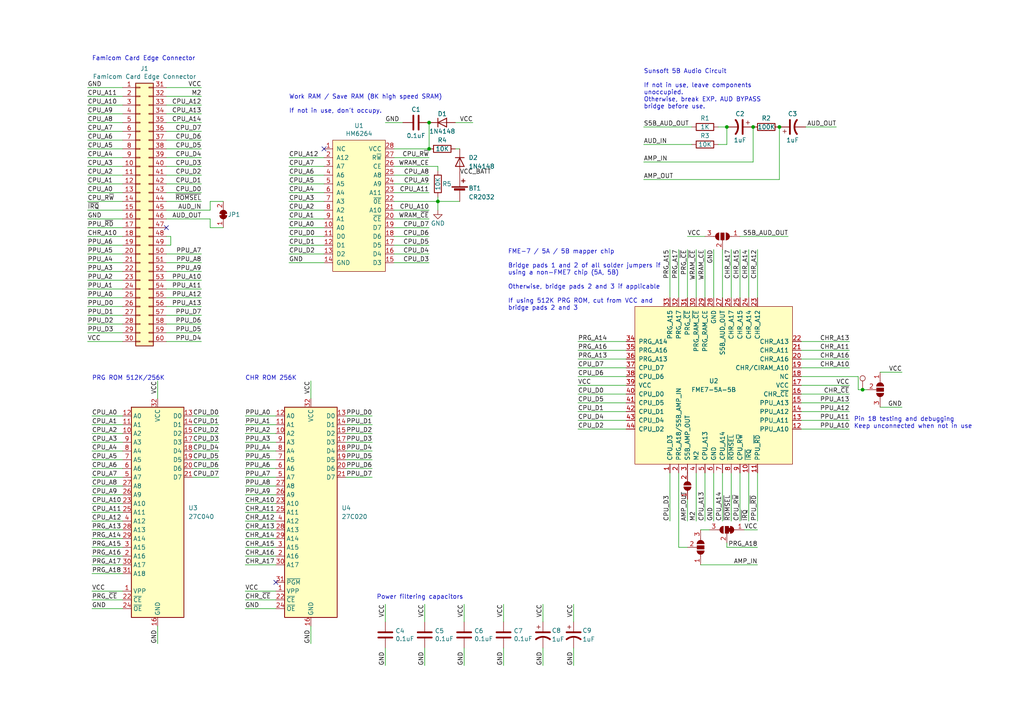
<source format=kicad_sch>
(kicad_sch (version 20211123) (generator eeschema)
  (paper "A4")
  (title_block (title "FME-7 / 5A / 5B DevBoard (SS-E301 / JxROM)") (date "2022-03-11") (rev "0.0.4") (company "Persune") (comment 1 "Designed for FC"))
  (lib_symbols
    (symbol "Connector:TestPoint" (pin_numbers hide) (pin_names (offset 0.762) hide)
      (property "Reference" "TP" (at 0 6.858 0))
      (property "Value" "TestPoint" (at 0 5.08 0))
      (symbol "TestPoint_1_1"
        (pin passive line (at 0 0 90) (length 2.54) (name "1") (number "1"))
      )
    )
    (symbol "Connector_Generic:Conn_02x30_Top_Bottom" (pin_names (offset 1.016) hide)
      (property "Reference" "J" (at 1.27 38.1 0))
      (property "Value" "Conn_02x30_Top_Bottom" (at 1.27 -40.64 0))
      (symbol "Conn_02x30_Top_Bottom_1_1"
        (pin passive line (at -5.08 35.56 0) (length 3.81) (name "Pin_1") (number "1"))
        (pin passive line (at -5.08 12.7 0) (length 3.81) (name "Pin_10") (number "10"))
        (pin passive line (at -5.08 10.16 0) (length 3.81) (name "Pin_11") (number "11"))
        (pin passive line (at -5.08 7.62 0) (length 3.81) (name "Pin_12") (number "12"))
        (pin passive line (at -5.08 5.08 0) (length 3.81) (name "Pin_13") (number "13"))
        (pin passive line (at -5.08 2.54 0) (length 3.81) (name "Pin_14") (number "14"))
        (pin passive line (at -5.08 0 0) (length 3.81) (name "Pin_15") (number "15"))
        (pin passive line (at -5.08 -2.54 0) (length 3.81) (name "Pin_16") (number "16"))
        (pin passive line (at -5.08 -5.08 0) (length 3.81) (name "Pin_17") (number "17"))
        (pin passive line (at -5.08 -7.62 0) (length 3.81) (name "Pin_18") (number "18"))
        (pin passive line (at -5.08 -10.16 0) (length 3.81) (name "Pin_19") (number "19"))
        (pin passive line (at -5.08 33.02 0) (length 3.81) (name "Pin_2") (number "2"))
        (pin passive line (at -5.08 -12.7 0) (length 3.81) (name "Pin_20") (number "20"))
        (pin passive line (at -5.08 -15.24 0) (length 3.81) (name "Pin_21") (number "21"))
        (pin passive line (at -5.08 -17.78 0) (length 3.81) (name "Pin_22") (number "22"))
        (pin passive line (at -5.08 -20.32 0) (length 3.81) (name "Pin_23") (number "23"))
        (pin passive line (at -5.08 -22.86 0) (length 3.81) (name "Pin_24") (number "24"))
        (pin passive line (at -5.08 -25.4 0) (length 3.81) (name "Pin_25") (number "25"))
        (pin passive line (at -5.08 -27.94 0) (length 3.81) (name "Pin_26") (number "26"))
        (pin passive line (at -5.08 -30.48 0) (length 3.81) (name "Pin_27") (number "27"))
        (pin passive line (at -5.08 -33.02 0) (length 3.81) (name "Pin_28") (number "28"))
        (pin passive line (at -5.08 -35.56 0) (length 3.81) (name "Pin_29") (number "29"))
        (pin passive line (at -5.08 30.48 0) (length 3.81) (name "Pin_3") (number "3"))
        (pin passive line (at -5.08 -38.1 0) (length 3.81) (name "Pin_30") (number "30"))
        (pin passive line (at 7.62 35.56 180) (length 3.81) (name "Pin_31") (number "31"))
        (pin passive line (at 7.62 33.02 180) (length 3.81) (name "Pin_32") (number "32"))
        (pin passive line (at 7.62 30.48 180) (length 3.81) (name "Pin_33") (number "33"))
        (pin passive line (at 7.62 27.94 180) (length 3.81) (name "Pin_34") (number "34"))
        (pin passive line (at 7.62 25.4 180) (length 3.81) (name "Pin_35") (number "35"))
        (pin passive line (at 7.62 22.86 180) (length 3.81) (name "Pin_36") (number "36"))
        (pin passive line (at 7.62 20.32 180) (length 3.81) (name "Pin_37") (number "37"))
        (pin passive line (at 7.62 17.78 180) (length 3.81) (name "Pin_38") (number "38"))
        (pin passive line (at 7.62 15.24 180) (length 3.81) (name "Pin_39") (number "39"))
        (pin passive line (at -5.08 27.94 0) (length 3.81) (name "Pin_4") (number "4"))
        (pin passive line (at 7.62 12.7 180) (length 3.81) (name "Pin_40") (number "40"))
        (pin passive line (at 7.62 10.16 180) (length 3.81) (name "Pin_41") (number "41"))
        (pin passive line (at 7.62 7.62 180) (length 3.81) (name "Pin_42") (number "42"))
        (pin passive line (at 7.62 5.08 180) (length 3.81) (name "Pin_43") (number "43"))
        (pin passive line (at 7.62 2.54 180) (length 3.81) (name "Pin_44") (number "44"))
        (pin passive line (at 7.62 0 180) (length 3.81) (name "Pin_45") (number "45"))
        (pin passive line (at 7.62 -2.54 180) (length 3.81) (name "Pin_46") (number "46"))
        (pin passive line (at 7.62 -5.08 180) (length 3.81) (name "Pin_47") (number "47"))
        (pin passive line (at 7.62 -7.62 180) (length 3.81) (name "Pin_48") (number "48"))
        (pin passive line (at 7.62 -10.16 180) (length 3.81) (name "Pin_49") (number "49"))
        (pin passive line (at -5.08 25.4 0) (length 3.81) (name "Pin_5") (number "5"))
        (pin passive line (at 7.62 -12.7 180) (length 3.81) (name "Pin_50") (number "50"))
        (pin passive line (at 7.62 -15.24 180) (length 3.81) (name "Pin_51") (number "51"))
        (pin passive line (at 7.62 -17.78 180) (length 3.81) (name "Pin_52") (number "52"))
        (pin passive line (at 7.62 -20.32 180) (length 3.81) (name "Pin_53") (number "53"))
        (pin passive line (at 7.62 -22.86 180) (length 3.81) (name "Pin_54") (number "54"))
        (pin passive line (at 7.62 -25.4 180) (length 3.81) (name "Pin_55") (number "55"))
        (pin passive line (at 7.62 -27.94 180) (length 3.81) (name "Pin_56") (number "56"))
        (pin passive line (at 7.62 -30.48 180) (length 3.81) (name "Pin_57") (number "57"))
        (pin passive line (at 7.62 -33.02 180) (length 3.81) (name "Pin_58") (number "58"))
        (pin passive line (at 7.62 -35.56 180) (length 3.81) (name "Pin_59") (number "59"))
        (pin passive line (at -5.08 22.86 0) (length 3.81) (name "Pin_6") (number "6"))
        (pin passive line (at 7.62 -38.1 180) (length 3.81) (name "Pin_60") (number "60"))
        (pin passive line (at -5.08 20.32 0) (length 3.81) (name "Pin_7") (number "7"))
        (pin passive line (at -5.08 17.78 0) (length 3.81) (name "Pin_8") (number "8"))
        (pin passive line (at -5.08 15.24 0) (length 3.81) (name "Pin_9") (number "9"))
      )
    )
    (symbol "Device:Battery_Cell" (pin_numbers hide) (pin_names (offset 0) hide)
      (property "Reference" "BT" (at 2.54 2.54 0))
      (property "Value" "Battery_Cell" (at 2.54 0 0))
      (symbol "Battery_Cell_1_1"
        (pin passive line (at 0 5.08 270) (length 2.54) (name "+") (number "1"))
        (pin passive line (at 0 -2.54 90) (length 2.54) (name "-") (number "2"))
      )
    )
    (symbol "Device:C" (pin_numbers hide) (pin_names (offset 0.254))
      (property "Reference" "C" (at 0.635 2.54 0))
      (property "Value" "C" (at 0.635 -2.54 0))
      (symbol "C_1_1"
        (pin passive line (at 0 3.81 270) (length 2.794) (name "~") (number "1"))
        (pin passive line (at 0 -3.81 90) (length 2.794) (name "~") (number "2"))
      )
    )
    (symbol "Device:CP1" (pin_numbers hide) (pin_names (offset 0.254) hide)
      (property "Reference" "C" (at 0.635 2.54 0))
      (property "Value" "Device_CP1" (at 0.635 -2.54 0))
      (symbol "CP1_1_1"
        (pin passive line (at 0 3.81 270) (length 2.794) (name "~") (number "1"))
        (pin passive line (at 0 -3.81 90) (length 3.302) (name "~") (number "2"))
      )
    )
    (symbol "Device:D" (pin_numbers hide) (pin_names (offset 1.016) hide)
      (property "Reference" "D" (at 0 2.54 0))
      (property "Value" "D" (at 0 -2.54 0))
      (symbol "D_1_1"
        (pin passive line (at -3.81 0 0) (length 2.54) (name "K") (number "1"))
        (pin passive line (at 3.81 0 180) (length 2.54) (name "A") (number "2"))
      )
    )
    (symbol "Device:R" (pin_numbers hide) (pin_names (offset 0))
      (property "Reference" "R" (at 2.032 0 90))
      (property "Value" "R" (at 0 0 90))
      (symbol "R_1_1"
        (pin passive line (at 0 3.81 270) (length 1.27) (name "~") (number "1"))
        (pin passive line (at 0 -3.81 90) (length 1.27) (name "~") (number "2"))
      )
    )
    (symbol "Jumper:SolderJumper_2_Bridged" (pin_names (offset 0) hide)
      (property "Reference" "JP" (at 0 2.032 0))
      (property "Value" "SolderJumper_2_Bridged" (at 0 -2.54 0))
      (symbol "SolderJumper_2_Bridged_1_1"
        (pin passive line (at -3.81 0 0) (length 2.54) (name "A") (number "1"))
        (pin passive line (at 3.81 0 180) (length 2.54) (name "B") (number "2"))
      )
    )
    (symbol "Jumper:SolderJumper_2_Open" (pin_names (offset 0) hide)
      (property "Reference" "JP" (at 0 2.032 0))
      (property "Value" "SolderJumper_2_Open" (at 0 -2.54 0))
      (symbol "SolderJumper_2_Open_1_1"
        (pin passive line (at -3.81 0 0) (length 2.54) (name "A") (number "1"))
        (pin passive line (at 3.81 0 180) (length 2.54) (name "B") (number "2"))
      )
    )
    (symbol "Jumper:SolderJumper_3_Bridged12" (pin_names (offset 0) hide)
      (property "Reference" "JP" (at -2.54 -2.54 0))
      (property "Value" "SolderJumper_3_Bridged12" (at 0 2.794 0))
      (symbol "SolderJumper_3_Bridged12_1_1"
        (pin passive line (at -5.08 0 0) (length 2.54) (name "A") (number "1"))
        (pin input line (at 0 -3.81 90) (length 2.54) (name "C") (number "2"))
        (pin passive line (at 5.08 0 180) (length 2.54) (name "B") (number "3"))
      )
    )
    (symbol "Jumper:SolderJumper_3_Open" (pin_names (offset 0) hide)
      (property "Reference" "JP" (at -2.54 -2.54 0))
      (property "Value" "SolderJumper_3_Open" (at 0 2.794 0))
      (symbol "SolderJumper_3_Open_1_1"
        (pin passive line (at -5.08 0 0) (length 2.54) (name "A") (number "1"))
        (pin input line (at 0 -3.81 90) (length 2.54) (name "C") (number "2"))
        (pin passive line (at 5.08 0 180) (length 2.54) (name "B") (number "3"))
      )
    )
    (symbol "Memory_EPROM:27C020"
      (property "Reference" "U" (at -7.62 31.75 0))
      (property "Value" "27C020" (at 2.54 -31.75 0))
      (symbol "27C020_1_1"
        (pin input line (at -10.16 -22.86 0) (length 2.54) (name "VPP") (number "1"))
        (pin input line (at -10.16 22.86 0) (length 2.54) (name "A2") (number "10"))
        (pin input line (at -10.16 25.4 0) (length 2.54) (name "A1") (number "11"))
        (pin input line (at -10.16 27.94 0) (length 2.54) (name "A0") (number "12"))
        (pin tri_state line (at 10.16 27.94 180) (length 2.54) (name "D0") (number "13"))
        (pin tri_state line (at 10.16 25.4 180) (length 2.54) (name "D1") (number "14"))
        (pin tri_state line (at 10.16 22.86 180) (length 2.54) (name "D2") (number "15"))
        (pin power_in line (at 0 -33.02 90) (length 2.54) (name "GND") (number "16"))
        (pin tri_state line (at 10.16 20.32 180) (length 2.54) (name "D3") (number "17"))
        (pin tri_state line (at 10.16 17.78 180) (length 2.54) (name "D4") (number "18"))
        (pin tri_state line (at 10.16 15.24 180) (length 2.54) (name "D5") (number "19"))
        (pin input line (at -10.16 -12.7 0) (length 2.54) (name "A16") (number "2"))
        (pin tri_state line (at 10.16 12.7 180) (length 2.54) (name "D6") (number "20"))
        (pin tri_state line (at 10.16 10.16 180) (length 2.54) (name "D7") (number "21"))
        (pin input line (at -10.16 -25.4 0) (length 2.54) (name "~{CE}") (number "22"))
        (pin input line (at -10.16 2.54 0) (length 2.54) (name "A10") (number "23"))
        (pin input line (at -10.16 -27.94 0) (length 2.54) (name "~{OE}") (number "24"))
        (pin input line (at -10.16 0 0) (length 2.54) (name "A11") (number "25"))
        (pin input line (at -10.16 5.08 0) (length 2.54) (name "A9") (number "26"))
        (pin input line (at -10.16 7.62 0) (length 2.54) (name "A8") (number "27"))
        (pin input line (at -10.16 -5.08 0) (length 2.54) (name "A13") (number "28"))
        (pin input line (at -10.16 -7.62 0) (length 2.54) (name "A14") (number "29"))
        (pin input line (at -10.16 -10.16 0) (length 2.54) (name "A15") (number "3"))
        (pin input line (at -10.16 -15.24 0) (length 2.54) (name "A17") (number "30"))
        (pin input line (at -10.16 -20.32 0) (length 2.54) (name "~{PGM}") (number "31"))
        (pin power_in line (at 0 33.02 270) (length 2.54) (name "VCC") (number "32"))
        (pin input line (at -10.16 -2.54 0) (length 2.54) (name "A12") (number "4"))
        (pin input line (at -10.16 10.16 0) (length 2.54) (name "A7") (number "5"))
        (pin input line (at -10.16 12.7 0) (length 2.54) (name "A6") (number "6"))
        (pin input line (at -10.16 15.24 0) (length 2.54) (name "A5") (number "7"))
        (pin input line (at -10.16 17.78 0) (length 2.54) (name "A4") (number "8"))
        (pin input line (at -10.16 20.32 0) (length 2.54) (name "A3") (number "9"))
      )
    )
    (symbol "Memory_EPROM:27C040"
      (property "Reference" "U" (at -7.62 31.75 0))
      (property "Value" "27C040" (at 2.54 -31.75 0))
      (symbol "27C040_1_1"
        (pin input line (at -10.16 -22.86 0) (length 2.54) (name "VPP") (number "1"))
        (pin input line (at -10.16 22.86 0) (length 2.54) (name "A2") (number "10"))
        (pin input line (at -10.16 25.4 0) (length 2.54) (name "A1") (number "11"))
        (pin input line (at -10.16 27.94 0) (length 2.54) (name "A0") (number "12"))
        (pin tri_state line (at 10.16 27.94 180) (length 2.54) (name "D0") (number "13"))
        (pin tri_state line (at 10.16 25.4 180) (length 2.54) (name "D1") (number "14"))
        (pin tri_state line (at 10.16 22.86 180) (length 2.54) (name "D2") (number "15"))
        (pin power_in line (at 0 -33.02 90) (length 2.54) (name "GND") (number "16"))
        (pin tri_state line (at 10.16 20.32 180) (length 2.54) (name "D3") (number "17"))
        (pin tri_state line (at 10.16 17.78 180) (length 2.54) (name "D4") (number "18"))
        (pin tri_state line (at 10.16 15.24 180) (length 2.54) (name "D5") (number "19"))
        (pin input line (at -10.16 -12.7 0) (length 2.54) (name "A16") (number "2"))
        (pin tri_state line (at 10.16 12.7 180) (length 2.54) (name "D6") (number "20"))
        (pin tri_state line (at 10.16 10.16 180) (length 2.54) (name "D7") (number "21"))
        (pin input line (at -10.16 -25.4 0) (length 2.54) (name "~{CE}") (number "22"))
        (pin input line (at -10.16 2.54 0) (length 2.54) (name "A10") (number "23"))
        (pin input line (at -10.16 -27.94 0) (length 2.54) (name "~{OE}") (number "24"))
        (pin input line (at -10.16 0 0) (length 2.54) (name "A11") (number "25"))
        (pin input line (at -10.16 5.08 0) (length 2.54) (name "A9") (number "26"))
        (pin input line (at -10.16 7.62 0) (length 2.54) (name "A8") (number "27"))
        (pin input line (at -10.16 -5.08 0) (length 2.54) (name "A13") (number "28"))
        (pin input line (at -10.16 -7.62 0) (length 2.54) (name "A14") (number "29"))
        (pin input line (at -10.16 -10.16 0) (length 2.54) (name "A15") (number "3"))
        (pin input line (at -10.16 -15.24 0) (length 2.54) (name "A17") (number "30"))
        (pin input line (at -10.16 -17.78 0) (length 2.54) (name "A18") (number "31"))
        (pin power_in line (at 0 33.02 270) (length 2.54) (name "VCC") (number "32"))
        (pin input line (at -10.16 -2.54 0) (length 2.54) (name "A12") (number "4"))
        (pin input line (at -10.16 10.16 0) (length 2.54) (name "A7") (number "5"))
        (pin input line (at -10.16 12.7 0) (length 2.54) (name "A6") (number "6"))
        (pin input line (at -10.16 15.24 0) (length 2.54) (name "A5") (number "7"))
        (pin input line (at -10.16 17.78 0) (length 2.54) (name "A4") (number "8"))
        (pin input line (at -10.16 20.32 0) (length 2.54) (name "A3") (number "9"))
      )
    )
    (symbol "custom_symbols:FME7-5A-5B" (pin_names (offset 1.016))
      (property "Reference" "U" (at 0 1.27 0))
      (property "Value" "FME7-5A-5B" (at 0 -1.27 0))
      (symbol "FME7-5A-5B_1_1"
        (pin input line (at -25.4 12.7 0) (length 2.54) (name "CPU_D3") (number "1"))
        (pin output line (at -25.4 -10.16 0) (length 2.54) (name "~{IRQ}") (number "10"))
        (pin input line (at -25.4 -12.7 0) (length 2.54) (name "PPU_~{RD}") (number "11"))
        (pin input line (at -12.7 -25.4 90) (length 2.54) (name "PPU_A10") (number "12"))
        (pin input line (at -10.16 -25.4 90) (length 2.54) (name "PPU_A11") (number "13"))
        (pin input line (at -7.62 -25.4 90) (length 2.54) (name "PPU_A12") (number "14"))
        (pin input line (at -5.08 -25.4 90) (length 2.54) (name "PPU_A13") (number "15"))
        (pin output line (at -2.54 -25.4 90) (length 2.54) (name "CHR_~{CE}") (number "16"))
        (pin power_in line (at 0 -25.4 90) (length 2.54) (name "VCC") (number "17"))
        (pin output line (at 2.54 -25.4 90) (length 2.54) (name "NC") (number "18"))
        (pin output line (at 5.08 -25.4 90) (length 2.54) (name "CHR/CIRAM_A10") (number "19"))
        (pin unspecified line (at -25.4 10.16 0) (length 2.54) (name "PRG_A18/S5B_AMP_IN") (number "2"))
        (pin output line (at 7.62 -25.4 90) (length 2.54) (name "CHR_A16") (number "20"))
        (pin output line (at 10.16 -25.4 90) (length 2.54) (name "CHR_A11") (number "21"))
        (pin output line (at 12.7 -25.4 90) (length 2.54) (name "CHR_A13") (number "22"))
        (pin output line (at 25.4 -12.7 180) (length 2.54) (name "CHR_A12") (number "23"))
        (pin output line (at 25.4 -10.16 180) (length 2.54) (name "CHR_A14") (number "24"))
        (pin output line (at 25.4 -7.62 180) (length 2.54) (name "CHR_A15") (number "25"))
        (pin output line (at 25.4 -5.08 180) (length 2.54) (name "CHR_A17") (number "26"))
        (pin unspecified line (at 25.4 -2.54 180) (length 2.54) (name "S5B_AUD_OUT") (number "27"))
        (pin power_in line (at 25.4 0 180) (length 2.54) (name "GND") (number "28"))
        (pin output line (at 25.4 2.54 180) (length 2.54) (name "PRG_RAM_CE") (number "29"))
        (pin output line (at -25.4 7.62 0) (length 2.54) (name "S5B_AMP_OUT") (number "3"))
        (pin output line (at 25.4 5.08 180) (length 2.54) (name "PRG_RAM_~{CE}") (number "30"))
        (pin output line (at 25.4 7.62 180) (length 2.54) (name "PRG_~{CE}") (number "31"))
        (pin output line (at 25.4 10.16 180) (length 2.54) (name "PRG_A17") (number "32"))
        (pin output line (at 25.4 12.7 180) (length 2.54) (name "PRG_A15") (number "33"))
        (pin output line (at 12.7 25.4 270) (length 2.54) (name "PRG_A14") (number "34"))
        (pin output line (at 10.16 25.4 270) (length 2.54) (name "PRG_A16") (number "35"))
        (pin output line (at 7.62 25.4 270) (length 2.54) (name "PRG_A13") (number "36"))
        (pin input line (at 5.08 25.4 270) (length 2.54) (name "CPU_D7") (number "37"))
        (pin input line (at 2.54 25.4 270) (length 2.54) (name "CPU_D6") (number "38"))
        (pin power_in line (at 0 25.4 270) (length 2.54) (name "VCC") (number "39"))
        (pin input line (at -25.4 5.08 0) (length 2.54) (name "M2") (number "4"))
        (pin input line (at -2.54 25.4 270) (length 2.54) (name "CPU_D0") (number "40"))
        (pin input line (at -5.08 25.4 270) (length 2.54) (name "CPU_D5") (number "41"))
        (pin input line (at -7.62 25.4 270) (length 2.54) (name "CPU_D1") (number "42"))
        (pin input line (at -10.16 25.4 270) (length 2.54) (name "CPU_D4") (number "43"))
        (pin input line (at -12.7 25.4 270) (length 2.54) (name "CPU_D2") (number "44"))
        (pin input line (at -25.4 2.54 0) (length 2.54) (name "CPU_A13") (number "5"))
        (pin power_in line (at -25.4 0 0) (length 2.54) (name "GND") (number "6"))
        (pin input line (at -25.4 -2.54 0) (length 2.54) (name "CPU_A14") (number "7"))
        (pin input line (at -25.4 -5.08 0) (length 2.54) (name "~{ROMSEL}") (number "8"))
        (pin input line (at -25.4 -7.62 0) (length 2.54) (name "CPU_R~{W}") (number "9"))
      )
    )
    (symbol "custom_symbols:HM6264" (pin_names (offset 1.016))
      (property "Reference" "U" (at 0 22.86 0))
      (property "Value" "HM6264" (at 0 20.32 0))
      (symbol "HM6264_1_1"
        (pin unspecified line (at -10.16 16.51 0) (length 2.54) (name "NC") (number "1"))
        (pin input line (at -10.16 -6.35 0) (length 2.54) (name "A0") (number "10"))
        (pin bidirectional line (at -10.16 -8.89 0) (length 2.54) (name "D0") (number "11"))
        (pin bidirectional line (at -10.16 -11.43 0) (length 2.54) (name "D1") (number "12"))
        (pin bidirectional line (at -10.16 -13.97 0) (length 2.54) (name "D2") (number "13"))
        (pin power_in line (at -10.16 -16.51 0) (length 2.54) (name "GND") (number "14"))
        (pin bidirectional line (at 10.16 -16.51 180) (length 2.54) (name "D3") (number "15"))
        (pin bidirectional line (at 10.16 -13.97 180) (length 2.54) (name "D4") (number "16"))
        (pin bidirectional line (at 10.16 -11.43 180) (length 2.54) (name "D5") (number "17"))
        (pin bidirectional line (at 10.16 -8.89 180) (length 2.54) (name "D6") (number "18"))
        (pin bidirectional line (at 10.16 -6.35 180) (length 2.54) (name "D7") (number "19"))
        (pin input line (at -10.16 13.97 0) (length 2.54) (name "A12") (number "2"))
        (pin output line (at 10.16 -3.81 180) (length 2.54) (name "~{CE}") (number "20"))
        (pin input line (at 10.16 -1.27 180) (length 2.54) (name "A10") (number "21"))
        (pin output line (at 10.16 1.27 180) (length 2.54) (name "~{0E}") (number "22"))
        (pin input line (at 10.16 3.81 180) (length 2.54) (name "A11") (number "23"))
        (pin input line (at 10.16 6.35 180) (length 2.54) (name "A9") (number "24"))
        (pin input line (at 10.16 8.89 180) (length 2.54) (name "A8") (number "25"))
        (pin input line (at 10.16 11.43 180) (length 2.54) (name "CE") (number "26"))
        (pin input line (at 10.16 13.97 180) (length 2.54) (name "R~{W}") (number "27"))
        (pin power_in line (at 10.16 16.51 180) (length 2.54) (name "VCC") (number "28"))
        (pin input line (at -10.16 11.43 0) (length 2.54) (name "A7") (number "3"))
        (pin input line (at -10.16 8.89 0) (length 2.54) (name "A6") (number "4"))
        (pin input line (at -10.16 6.35 0) (length 2.54) (name "A5") (number "5"))
        (pin input line (at -10.16 3.81 0) (length 2.54) (name "A4") (number "6"))
        (pin input line (at -10.16 1.27 0) (length 2.54) (name "A3") (number "7"))
        (pin input line (at -10.16 -1.27 0) (length 2.54) (name "A2") (number "8"))
        (pin input line (at -10.16 -3.81 0) (length 2.54) (name "A1") (number "9"))
      )
    )
    (symbol "power:GND" (power) (pin_names (offset 0))
      (property "Value" "GND" (at 0 -3.81 0))
      (symbol "GND_1_1"
        (pin power_in line (at 0 0 270) (length 0) hide (name "GND") (number "1"))
      )
    )
    (symbol "power:PWR_FLAG" (power) (pin_numbers hide) (pin_names (offset 0) hide)
      (property "Value" "PWR_FLAG" (at 0 3.81 0))
      (symbol "PWR_FLAG_0_0"
        (pin power_out line (at 0 0 90) (length 0) (name "pwr") (number "1"))
      )
    )
    (symbol "power:VCC" (power) (pin_names (offset 0))
      (property "Value" "VCC" (at 0 3.81 0))
      (symbol "VCC_1_1"
        (pin power_in line (at 0 0 90) (length 0) hide (name "VCC") (number "1"))
      )
    )
  )
  (junction (at 210.82 36.83))
  (junction (at 218.44 36.83))
  (junction (at 226.06 36.83))
  (junction (at 124.46 43.18))
  (junction (at 127 58.42))
  (junction (at 250.19 113.03))
  (junction (at 124.46 35.56))
  (no_connect (at 48.26 66.04))
  (no_connect (at 80.01 168.91))
  (no_connect (at 93.98 43.18))
  (wire (pts (xy 199.39 158.75) (xy 196.85 158.75)))
  (wire (pts (xy 25.4 66.04) (xy 35.56 66.04)))
  (wire (pts (xy 212.09 72.39) (xy 212.09 86.36)))
  (wire (pts (xy 209.55 151.13) (xy 209.55 137.16)))
  (wire (pts (xy 63.5 123.19) (xy 55.88 123.19)))
  (wire (pts (xy 201.93 86.36) (xy 201.93 72.39)))
  (wire (pts (xy 201.93 151.13) (xy 201.93 137.16)))
  (wire (pts (xy 58.42 43.18) (xy 48.26 43.18)))
  (wire (pts (xy 71.12 125.73) (xy 80.01 125.73)))
  (wire (pts (xy 58.42 35.56) (xy 48.26 35.56)))
  (wire (pts (xy 196.85 137.16) (xy 196.85 158.75)))
  (wire (pts (xy 107.95 133.35) (xy 100.33 133.35)))
  (wire (pts (xy 35.56 146.05) (xy 26.67 146.05)))
  (wire (pts (xy 71.12 151.13) (xy 80.01 151.13)))
  (wire (pts (xy 107.95 120.65) (xy 100.33 120.65)))
  (wire (pts (xy 83.82 60.96) (xy 93.98 60.96)))
  (wire (pts (xy 107.95 135.89) (xy 100.33 135.89)))
  (wire (pts (xy 26.67 163.83) (xy 35.56 163.83)))
  (wire (pts (xy 25.4 68.58) (xy 35.56 68.58)))
  (wire (pts (xy 186.69 36.83) (xy 200.66 36.83)))
  (wire (pts (xy 25.4 78.74) (xy 35.56 78.74)))
  (wire (pts (xy 248.92 113.03) (xy 250.19 113.03)))
  (wire (pts (xy 25.4 63.5) (xy 35.56 63.5)))
  (wire (pts (xy 167.64 116.84) (xy 181.61 116.84)))
  (wire (pts (xy 246.38 104.14) (xy 232.41 104.14)))
  (wire (pts (xy 199.39 144.78) (xy 199.39 151.13)))
  (wire (pts (xy 80.01 148.59) (xy 71.12 148.59)))
  (wire (pts (xy 58.42 83.82) (xy 48.26 83.82)))
  (wire (pts (xy 71.12 173.99) (xy 80.01 173.99)))
  (wire (pts (xy 124.46 35.56) (xy 124.46 43.18)))
  (wire (pts (xy 60.96 58.42) (xy 60.96 60.96)))
  (wire (pts (xy 203.2 163.83) (xy 219.71 163.83)))
  (wire (pts (xy 25.4 58.42) (xy 35.56 58.42)))
  (wire (pts (xy 134.62 187.96) (xy 134.62 193.04)))
  (wire (pts (xy 255.27 107.95) (xy 261.62 107.95)))
  (wire (pts (xy 48.26 33.02) (xy 58.42 33.02)))
  (wire (pts (xy 35.56 135.89) (xy 26.67 135.89)))
  (wire (pts (xy 127 48.26) (xy 127 49.53)))
  (wire (pts (xy 246.38 106.68) (xy 232.41 106.68)))
  (wire (pts (xy 146.05 187.96) (xy 146.05 193.04)))
  (wire (pts (xy 226.06 36.83) (xy 226.06 52.07)))
  (wire (pts (xy 167.64 106.68) (xy 181.61 106.68)))
  (wire (pts (xy 58.42 48.26) (xy 48.26 48.26)))
  (wire (pts (xy 203.2 153.67) (xy 205.74 153.67)))
  (wire (pts (xy 35.56 161.29) (xy 26.67 161.29)))
  (wire (pts (xy 114.3 63.5) (xy 124.46 63.5)))
  (wire (pts (xy 208.28 36.83) (xy 210.82 36.83)))
  (wire (pts (xy 25.4 73.66) (xy 35.56 73.66)))
  (wire (pts (xy 194.31 72.39) (xy 194.31 86.36)))
  (wire (pts (xy 246.38 101.6) (xy 232.41 101.6)))
  (wire (pts (xy 35.56 40.64) (xy 25.4 40.64)))
  (wire (pts (xy 25.4 83.82) (xy 35.56 83.82)))
  (wire (pts (xy 134.62 180.34) (xy 134.62 175.26)))
  (wire (pts (xy 83.82 45.72) (xy 93.98 45.72)))
  (wire (pts (xy 107.95 138.43) (xy 100.33 138.43)))
  (wire (pts (xy 167.64 124.46) (xy 181.61 124.46)))
  (wire (pts (xy 83.82 66.04) (xy 93.98 66.04)))
  (wire (pts (xy 194.31 151.13) (xy 194.31 137.16)))
  (wire (pts (xy 63.5 133.35) (xy 55.88 133.35)))
  (wire (pts (xy 55.88 135.89) (xy 63.5 135.89)))
  (wire (pts (xy 35.56 140.97) (xy 26.67 140.97)))
  (wire (pts (xy 127 60.96) (xy 127 58.42)))
  (wire (pts (xy 124.46 66.04) (xy 114.3 66.04)))
  (wire (pts (xy 63.5 128.27) (xy 55.88 128.27)))
  (wire (pts (xy 219.71 153.67) (xy 215.9 153.67)))
  (wire (pts (xy 124.46 60.96) (xy 114.3 60.96)))
  (wire (pts (xy 246.38 116.84) (xy 232.41 116.84)))
  (wire (pts (xy 210.82 157.48) (xy 210.82 158.75)))
  (wire (pts (xy 58.42 73.66) (xy 48.26 73.66)))
  (wire (pts (xy 35.56 50.8) (xy 25.4 50.8)))
  (wire (pts (xy 214.63 151.13) (xy 214.63 137.16)))
  (wire (pts (xy 242.57 36.83) (xy 233.68 36.83)))
  (wire (pts (xy 210.82 36.83) (xy 210.82 41.91)))
  (wire (pts (xy 25.4 99.06) (xy 35.56 99.06)))
  (wire (pts (xy 114.3 48.26) (xy 127 48.26)))
  (wire (pts (xy 124.46 50.8) (xy 114.3 50.8)))
  (wire (pts (xy 26.67 156.21) (xy 35.56 156.21)))
  (wire (pts (xy 123.19 180.34) (xy 123.19 175.26)))
  (wire (pts (xy 71.12 146.05) (xy 80.01 146.05)))
  (wire (pts (xy 246.38 114.3) (xy 232.41 114.3)))
  (wire (pts (xy 48.26 81.28) (xy 58.42 81.28)))
  (wire (pts (xy 209.55 72.39) (xy 209.55 86.36)))
  (wire (pts (xy 25.4 25.4) (xy 35.56 25.4)))
  (wire (pts (xy 25.4 53.34) (xy 35.56 53.34)))
  (wire (pts (xy 35.56 81.28) (xy 25.4 81.28)))
  (wire (pts (xy 25.4 45.72) (xy 35.56 45.72)))
  (wire (pts (xy 35.56 93.98) (xy 25.4 93.98)))
  (wire (pts (xy 217.17 72.39) (xy 217.17 86.36)))
  (wire (pts (xy 58.42 53.34) (xy 48.26 53.34)))
  (wire (pts (xy 48.26 91.44) (xy 58.42 91.44)))
  (wire (pts (xy 26.67 143.51) (xy 35.56 143.51)))
  (wire (pts (xy 71.12 135.89) (xy 80.01 135.89)))
  (wire (pts (xy 26.67 133.35) (xy 35.56 133.35)))
  (wire (pts (xy 196.85 86.36) (xy 196.85 72.39)))
  (wire (pts (xy 58.42 38.1) (xy 48.26 38.1)))
  (wire (pts (xy 93.98 73.66) (xy 83.82 73.66)))
  (wire (pts (xy 207.01 151.13) (xy 207.01 137.16)))
  (wire (pts (xy 181.61 114.3) (xy 167.64 114.3)))
  (wire (pts (xy 146.05 180.34) (xy 146.05 175.26)))
  (wire (pts (xy 60.96 66.04) (xy 60.96 63.5)))
  (wire (pts (xy 186.69 52.07) (xy 226.06 52.07)))
  (wire (pts (xy 167.64 119.38) (xy 181.61 119.38)))
  (wire (pts (xy 26.67 128.27) (xy 35.56 128.27)))
  (wire (pts (xy 212.09 137.16) (xy 212.09 151.13)))
  (wire (pts (xy 71.12 161.29) (xy 80.01 161.29)))
  (wire (pts (xy 167.64 111.76) (xy 181.61 111.76)))
  (wire (pts (xy 25.4 96.52) (xy 35.56 96.52)))
  (wire (pts (xy 302.26 207.01) (xy 307.34 207.01)))
  (wire (pts (xy 166.37 180.34) (xy 166.37 175.26)))
  (wire (pts (xy 90.17 181.61) (xy 90.17 186.69)))
  (wire (pts (xy 107.95 128.27) (xy 100.33 128.27)))
  (wire (pts (xy 26.67 166.37) (xy 35.56 166.37)))
  (wire (pts (xy 45.72 115.57) (xy 45.72 110.49)))
  (wire (pts (xy 232.41 109.22) (xy 248.92 109.22)))
  (wire (pts (xy 49.53 68.58) (xy 49.53 71.12)))
  (wire (pts (xy 114.3 68.58) (xy 124.46 68.58)))
  (wire (pts (xy 58.42 88.9) (xy 48.26 88.9)))
  (wire (pts (xy 157.48 180.34) (xy 157.48 175.26)))
  (wire (pts (xy 133.35 43.18) (xy 132.08 43.18)))
  (wire (pts (xy 35.56 176.53) (xy 26.67 176.53)))
  (wire (pts (xy 217.17 137.16) (xy 217.17 151.13)))
  (wire (pts (xy 83.82 76.2) (xy 93.98 76.2)))
  (wire (pts (xy 26.67 158.75) (xy 35.56 158.75)))
  (wire (pts (xy 124.46 71.12) (xy 114.3 71.12)))
  (wire (pts (xy 246.38 119.38) (xy 232.41 119.38)))
  (wire (pts (xy 167.64 121.92) (xy 181.61 121.92)))
  (wire (pts (xy 64.77 58.42) (xy 60.96 58.42)))
  (wire (pts (xy 246.38 121.92) (xy 232.41 121.92)))
  (wire (pts (xy 55.88 130.81) (xy 63.5 130.81)))
  (wire (pts (xy 114.3 55.88) (xy 124.46 55.88)))
  (wire (pts (xy 35.56 43.18) (xy 25.4 43.18)))
  (wire (pts (xy 114.3 73.66) (xy 124.46 73.66)))
  (wire (pts (xy 204.47 137.16) (xy 204.47 151.13)))
  (wire (pts (xy 48.26 76.2) (xy 58.42 76.2)))
  (wire (pts (xy 64.77 66.04) (xy 60.96 66.04)))
  (wire (pts (xy 25.4 30.48) (xy 35.56 30.48)))
  (wire (pts (xy 71.12 130.81) (xy 80.01 130.81)))
  (wire (pts (xy 111.76 180.34) (xy 111.76 175.26)))
  (wire (pts (xy 80.01 153.67) (xy 71.12 153.67)))
  (wire (pts (xy 127 57.15) (xy 127 58.42)))
  (wire (pts (xy 35.56 48.26) (xy 25.4 48.26)))
  (wire (pts (xy 167.64 104.14) (xy 181.61 104.14)))
  (wire (pts (xy 207.01 86.36) (xy 207.01 72.39)))
  (wire (pts (xy 114.3 58.42) (xy 127 58.42)))
  (wire (pts (xy 58.42 78.74) (xy 48.26 78.74)))
  (wire (pts (xy 58.42 58.42) (xy 48.26 58.42)))
  (wire (pts (xy 71.12 120.65) (xy 80.01 120.65)))
  (wire (pts (xy 45.72 181.61) (xy 45.72 186.69)))
  (wire (pts (xy 80.01 143.51) (xy 71.12 143.51)))
  (wire (pts (xy 123.19 187.96) (xy 123.19 193.04)))
  (wire (pts (xy 219.71 151.13) (xy 219.71 137.16)))
  (wire (pts (xy 48.26 68.58) (xy 49.53 68.58)))
  (wire (pts (xy 48.26 60.96) (xy 60.96 60.96)))
  (wire (pts (xy 80.01 123.19) (xy 71.12 123.19)))
  (wire (pts (xy 48.26 63.5) (xy 60.96 63.5)))
  (wire (pts (xy 166.37 187.96) (xy 166.37 193.04)))
  (wire (pts (xy 48.26 50.8) (xy 58.42 50.8)))
  (wire (pts (xy 93.98 63.5) (xy 83.82 63.5)))
  (wire (pts (xy 48.26 40.64) (xy 58.42 40.64)))
  (wire (pts (xy 48.26 86.36) (xy 58.42 86.36)))
  (wire (pts (xy 55.88 125.73) (xy 63.5 125.73)))
  (wire (pts (xy 35.56 27.94) (xy 25.4 27.94)))
  (wire (pts (xy 25.4 60.96) (xy 35.56 60.96)))
  (wire (pts (xy 181.61 99.06) (xy 167.64 99.06)))
  (wire (pts (xy 63.5 138.43) (xy 55.88 138.43)))
  (wire (pts (xy 35.56 33.02) (xy 25.4 33.02)))
  (wire (pts (xy 35.56 130.81) (xy 26.67 130.81)))
  (wire (pts (xy 83.82 71.12) (xy 93.98 71.12)))
  (wire (pts (xy 25.4 91.44) (xy 35.56 91.44)))
  (wire (pts (xy 80.01 133.35) (xy 71.12 133.35)))
  (wire (pts (xy 199.39 72.39) (xy 199.39 86.36)))
  (wire (pts (xy 35.56 88.9) (xy 25.4 88.9)))
  (wire (pts (xy 132.08 35.56) (xy 137.16 35.56)))
  (wire (pts (xy 35.56 120.65) (xy 26.67 120.65)))
  (wire (pts (xy 35.56 71.12) (xy 25.4 71.12)))
  (wire (pts (xy 157.48 187.96) (xy 157.48 193.04)))
  (wire (pts (xy 218.44 36.83) (xy 218.44 46.99)))
  (wire (pts (xy 26.67 173.99) (xy 35.56 173.99)))
  (wire (pts (xy 93.98 58.42) (xy 83.82 58.42)))
  (wire (pts (xy 186.69 46.99) (xy 218.44 46.99)))
  (wire (pts (xy 35.56 55.88) (xy 25.4 55.88)))
  (wire (pts (xy 114.3 43.18) (xy 124.46 43.18)))
  (wire (pts (xy 35.56 125.73) (xy 26.67 125.73)))
  (wire (pts (xy 58.42 99.06) (xy 48.26 99.06)))
  (wire (pts (xy 114.3 53.34) (xy 124.46 53.34)))
  (wire (pts (xy 204.47 86.36) (xy 204.47 72.39)))
  (wire (pts (xy 255.27 118.11) (xy 261.62 118.11)))
  (wire (pts (xy 93.98 68.58) (xy 83.82 68.58)))
  (wire (pts (xy 35.56 38.1) (xy 25.4 38.1)))
  (wire (pts (xy 35.56 86.36) (xy 25.4 86.36)))
  (wire (pts (xy 48.26 96.52) (xy 58.42 96.52)))
  (wire (pts (xy 250.19 113.03) (xy 251.46 113.03)))
  (wire (pts (xy 111.76 35.56) (xy 116.84 35.56)))
  (wire (pts (xy 210.82 158.75) (xy 219.71 158.75)))
  (wire (pts (xy 232.41 111.76) (xy 246.38 111.76)))
  (wire (pts (xy 48.26 55.88) (xy 58.42 55.88)))
  (wire (pts (xy 35.56 35.56) (xy 25.4 35.56)))
  (wire (pts (xy 26.67 171.45) (xy 35.56 171.45)))
  (wire (pts (xy 107.95 123.19) (xy 100.33 123.19)))
  (wire (pts (xy 83.82 50.8) (xy 93.98 50.8)))
  (wire (pts (xy 48.26 27.94) (xy 58.42 27.94)))
  (wire (pts (xy 246.38 124.46) (xy 232.41 124.46)))
  (wire (pts (xy 58.42 30.48) (xy 48.26 30.48)))
  (wire (pts (xy 219.71 86.36) (xy 219.71 72.39)))
  (wire (pts (xy 214.63 68.58) (xy 228.6 68.58)))
  (wire (pts (xy 124.46 45.72) (xy 114.3 45.72)))
  (wire (pts (xy 71.12 128.27) (xy 80.01 128.27)))
  (wire (pts (xy 124.46 76.2) (xy 114.3 76.2)))
  (wire (pts (xy 208.28 41.91) (xy 210.82 41.91)))
  (wire (pts (xy 107.95 130.81) (xy 100.33 130.81)))
  (wire (pts (xy 133.35 58.42) (xy 127 58.42)))
  (wire (pts (xy 80.01 171.45) (xy 71.12 171.45)))
  (wire (pts (xy 302.26 209.55) (xy 307.34 209.55)))
  (wire (pts (xy 71.12 138.43) (xy 80.01 138.43)))
  (wire (pts (xy 71.12 156.21) (xy 80.01 156.21)))
  (wire (pts (xy 80.01 158.75) (xy 71.12 158.75)))
  (wire (pts (xy 26.67 138.43) (xy 35.56 138.43)))
  (wire (pts (xy 214.63 86.36) (xy 214.63 72.39)))
  (wire (pts (xy 80.01 163.83) (xy 71.12 163.83)))
  (wire (pts (xy 55.88 120.65) (xy 63.5 120.65)))
  (wire (pts (xy 107.95 125.73) (xy 100.33 125.73)))
  (wire (pts (xy 167.64 101.6) (xy 181.61 101.6)))
  (wire (pts (xy 83.82 55.88) (xy 93.98 55.88)))
  (wire (pts (xy 93.98 48.26) (xy 83.82 48.26)))
  (wire (pts (xy 49.53 71.12) (xy 48.26 71.12)))
  (wire (pts (xy 35.56 153.67) (xy 26.67 153.67)))
  (wire (pts (xy 248.92 109.22) (xy 248.92 113.03)))
  (wire (pts (xy 35.56 151.13) (xy 26.67 151.13)))
  (wire (pts (xy 48.26 45.72) (xy 58.42 45.72)))
  (wire (pts (xy 90.17 115.57) (xy 90.17 110.49)))
  (wire (pts (xy 35.56 76.2) (xy 25.4 76.2)))
  (wire (pts (xy 199.39 68.58) (xy 204.47 68.58)))
  (wire (pts (xy 26.67 148.59) (xy 35.56 148.59)))
  (wire (pts (xy 93.98 53.34) (xy 83.82 53.34)))
  (wire (pts (xy 48.26 25.4) (xy 58.42 25.4)))
  (wire (pts (xy 26.67 123.19) (xy 35.56 123.19)))
  (wire (pts (xy 71.12 140.97) (xy 80.01 140.97)))
  (wire (pts (xy 111.76 187.96) (xy 111.76 193.04)))
  (wire (pts (xy 246.38 99.06) (xy 232.41 99.06)))
  (wire (pts (xy 167.64 109.22) (xy 181.61 109.22)))
  (wire (pts (xy 200.66 41.91) (xy 186.69 41.91)))
  (wire (pts (xy 58.42 93.98) (xy 48.26 93.98)))
  (wire (pts (xy 80.01 176.53) (xy 71.12 176.53)))
  (text "Sunsoft 5B Audio Circuit\n\nIf not in use, leave components\nunoccupied.\nOtherwise, break EXP. AUD BYPASS\nbridge before use." (at 186.69 31.75 0) (effects (font (size 1.27 1.27)) (justify left bottom)))
  (text "Power filtering capacitors" (at 109.22 173.99 0) (effects (font (size 1.27 1.27)) (justify left bottom)))
  (text "Famicom Card Edge Connector" (at 26.67 17.78 0) (effects (font (size 1.27 1.27)) (justify left bottom)))
  (text "CHR ROM 256K" (at 71.12 110.49 0) (effects (font (size 1.27 1.27)) (justify left bottom)))
  (text "FME-7 / 5A / 5B mapper chip\n\nBridge pads 1 and 2 of all solder jumpers if\nusing a non-FME7 chip (5A, 5B)\n\nOtherwise, bridge pads 2 and 3 if applicable\n\nIf using 512K PRG ROM, cut from VCC and\nbridge pads 2 and 3" (at 147.32 90.17 0) (effects (font (size 1.27 1.27)) (justify left bottom)))
  (text "Work RAM / Save RAM (8K high speed SRAM)\n\nIf not in use, don't occupy." (at 83.82 33.02 0) (effects (font (size 1.27 1.27)) (justify left bottom)))
  (text "Pin 18 testing and debugging\nKeep unconnected when not in use" (at 247.65 124.46 0) (effects (font (size 1.27 1.27)) (justify left bottom)))
  (text "PRG ROM 512K/256K" (at 26.67 110.49 0) (effects (font (size 1.27 1.27)) (justify left bottom)))
  (label "PPU_A8" (at 71.12 140.97 0))
  (label "GND" (at 45.72 186.69 90))
  (label "CPU_D2" (at 167.64 124.46 0))
  (label "CPU_D5" (at 58.42 43.18 180))
  (label "CPU_D1" (at 63.5 123.19 180))
  (label "CPU_D2" (at 83.82 73.66 0))
  (label "CHR_A17" (at 212.09 72.39 270))
  (label "CPU_D1" (at 167.64 119.38 0))
  (label "VCC" (at 90.17 110.49 270))
  (label "PPU_D6" (at 58.42 93.98 180))
  (label "PPU_A4" (at 25.4 76.2 0))
  (label "CPU_A14" (at 209.55 151.13 90))
  (label "CPU_A11" (at 124.46 55.88 180))
  (label "PPU_D5" (at 58.42 96.52 180))
  (label "GND" (at 207.01 151.13 90))
  (label "VCC" (at 58.42 25.4 180))
  (label "WRAM_~{CE}" (at 201.93 72.39 270))
  (label "CPU_R~{W}" (at 124.46 45.72 180))
  (label "CPU_A5" (at 25.4 43.18 0))
  (label "CPU_D1" (at 58.42 53.34 180))
  (label "CPU_D0" (at 83.82 68.58 0))
  (label "PPU_D6" (at 107.95 135.89 180))
  (label "CPU_A10" (at 124.46 60.96 180))
  (label "CPU_A0" (at 25.4 55.88 0))
  (label "AMP_IN" (at 186.69 46.99 0))
  (label "CPU_A2" (at 26.67 125.73 0))
  (label "VCC" (at 146.05 175.26 270))
  (label "PPU_D0" (at 107.95 120.65 180))
  (label "CPU_A12" (at 26.67 151.13 0))
  (label "CPU_A6" (at 26.67 135.89 0))
  (label "CPU_A2" (at 83.82 60.96 0))
  (label "CPU_A14" (at 58.42 35.56 180))
  (label "CHR_~{CE}" (at 71.12 173.99 0))
  (label "CPU_D3" (at 63.5 128.27 180))
  (label "CHR_A13" (at 246.38 99.06 180))
  (label "PPU_A3" (at 25.4 78.74 0))
  (label "CPU_D2" (at 63.5 125.73 180))
  (label "~{IRQ}" (at 25.4 60.96 0))
  (label "PPU_D1" (at 25.4 91.44 0))
  (label "CPU_A7" (at 26.67 138.43 0))
  (label "CHR_A10" (at 71.12 146.05 0))
  (label "GND" (at 166.37 193.04 90))
  (label "VCC" (at 261.62 107.95 180))
  (label "CPU_A2" (at 25.4 50.8 0))
  (label "GND" (at 157.48 193.04 90))
  (label "CPU_D6" (at 167.64 109.22 0))
  (label "PRG_A15" (at 194.31 72.39 270))
  (label "PRG_A17" (at 196.85 72.39 270))
  (label "PPU_A6" (at 71.12 135.89 0))
  (label "VCC" (at 123.19 175.26 270))
  (label "CPU_A9" (at 26.67 143.51 0))
  (label "CPU_D4" (at 124.46 73.66 180))
  (label "CPU_A13" (at 58.42 33.02 180))
  (label "VCC" (at 71.12 171.45 0))
  (label "CPU_R~{W}" (at 25.4 58.42 0))
  (label "CPU_A1" (at 83.82 63.5 0))
  (label "PPU_D5" (at 107.95 133.35 180))
  (label "CPU_A6" (at 25.4 40.64 0))
  (label "CPU_D0" (at 63.5 120.65 180))
  (label "CPU_D5" (at 63.5 133.35 180))
  (label "AUD_IN" (at 58.42 60.96 180))
  (label "CPU_A5" (at 26.67 133.35 0))
  (label "GND" (at 261.62 118.11 180))
  (label "CPU_D4" (at 58.42 45.72 180))
  (label "VCC" (at 167.64 111.76 0))
  (label "WRAM_CE" (at 124.46 48.26 180))
  (label "CPU_A1" (at 26.67 123.19 0))
  (label "CPU_A4" (at 26.67 130.81 0))
  (label "CPU_A10" (at 25.4 30.48 0))
  (label "PRG_A14" (at 26.67 156.21 0))
  (label "VCC" (at 25.4 99.06 0))
  (label "PRG_A16" (at 26.67 161.29 0))
  (label "PPU_A11" (at 58.42 83.82 180))
  (label "PPU_~{RD}" (at 219.71 151.13 90))
  (label "PPU_A0" (at 25.4 86.36 0))
  (label "VCC" (at 111.76 175.26 270))
  (label "GND" (at 111.76 193.04 90))
  (label "CHR_A14" (at 71.12 156.21 0))
  (label "CPU_A9" (at 25.4 33.02 0))
  (label "GND" (at 123.19 193.04 90))
  (label "PPU_D3" (at 25.4 96.52 0))
  (label "PPU_A10" (at 58.42 81.28 180))
  (label "VCC" (at 26.67 171.45 0))
  (label "S5B_AUD_OUT" (at 228.6 68.58 180))
  (label "CPU_A10" (at 26.67 146.05 0))
  (label "PPU_A5" (at 25.4 73.66 0))
  (label "CPU_R~{W}" (at 214.63 151.13 90))
  (label "CPU_D4" (at 63.5 130.81 180))
  (label "CPU_A12" (at 83.82 45.72 0))
  (label "CHR_A17" (at 71.12 163.83 0))
  (label "VCC" (at 166.37 175.26 270))
  (label "GND" (at 207.01 72.39 270))
  (label "PPU_A12" (at 246.38 119.38 180))
  (label "CPU_A11" (at 26.67 148.59 0))
  (label "PPU_A13" (at 246.38 116.84 180))
  (label "CHR_A15" (at 214.63 72.39 270))
  (label "GND" (at 146.05 193.04 90))
  (label "CHR_A12" (at 71.12 151.13 0))
  (label "PPU_A10" (at 246.38 124.46 180))
  (label "PRG_A18" (at 26.67 166.37 0))
  (label "PPU_D2" (at 107.95 125.73 180))
  (label "AMP_OUT" (at 186.69 52.07 0))
  (label "GND" (at 26.67 176.53 0))
  (label "GND" (at 25.4 63.5 0))
  (label "PPU_A1" (at 25.4 83.82 0))
  (label "CPU_D7" (at 124.46 66.04 180))
  (label "CPU_A11" (at 25.4 27.94 0))
  (label "CPU_D3" (at 58.42 48.26 180))
  (label "CHR_A13" (at 71.12 153.67 0))
  (label "CPU_A9" (at 124.46 53.34 180))
  (label "PPU_D4" (at 58.42 99.06 180))
  (label "CPU_A3" (at 25.4 48.26 0))
  (label "CPU_D3" (at 194.31 151.13 90))
  (label "CPU_A13" (at 204.47 151.13 90))
  (label "VCC" (at 219.71 153.67 180))
  (label "CPU_D4" (at 167.64 121.92 0))
  (label "PPU_A12" (at 58.42 86.36 180))
  (label "PPU_A5" (at 71.12 133.35 0))
  (label "GND" (at 83.82 76.2 0))
  (label "PPU_A2" (at 25.4 81.28 0))
  (label "CPU_D7" (at 63.5 138.43 180))
  (label "GND" (at 134.62 193.04 90))
  (label "CPU_A7" (at 25.4 38.1 0))
  (label "PPU_A13" (at 58.42 88.9 180))
  (label "VCC" (at 302.26 209.55 0))
  (label "CPU_D7" (at 58.42 38.1 180))
  (label "PPU_A7" (at 71.12 138.43 0))
  (label "AUD_OUT" (at 58.42 63.5 180))
  (label "PRG_A15" (at 26.67 158.75 0))
  (label "PPU_~{RD}" (at 25.4 66.04 0))
  (label "CPU_A7" (at 83.82 48.26 0))
  (label "AMP_OUT" (at 199.39 151.13 90))
  (label "WRAM_~{CE}" (at 124.46 63.5 180))
  (label "CPU_A8" (at 124.46 50.8 180))
  (label "CHR_A10" (at 246.38 106.68 180))
  (label "CPU_D6" (at 63.5 135.89 180))
  (label "PPU_A8" (at 58.42 76.2 180))
  (label "PPU_D1" (at 107.95 123.19 180))
  (label "CPU_A0" (at 26.67 120.65 0))
  (label "PRG_~{CE}" (at 26.67 173.99 0))
  (label "CPU_A4" (at 25.4 45.72 0))
  (label "M2" (at 58.42 27.94 180))
  (label "PRG_A13" (at 167.64 104.14 0))
  (label "PPU_D7" (at 58.42 91.44 180))
  (label "M2" (at 201.93 151.13 90))
  (label "CHR_A12" (at 219.71 72.39 270))
  (label "CPU_A3" (at 83.82 58.42 0))
  (label "CPU_D1" (at 83.82 71.12 0))
  (label "PPU_A0" (at 71.12 120.65 0))
  (label "PPU_D4" (at 107.95 130.81 180))
  (label "CHR_A16" (at 71.12 161.29 0))
  (label "CPU_D6" (at 58.42 40.64 180))
  (label "PPU_D7" (at 107.95 138.43 180))
  (label "CPU_A1" (at 25.4 53.34 0))
  (label "VCC" (at 134.62 175.26 270))
  (label "PRG_A16" (at 167.64 101.6 0))
  (label "AUD_OUT" (at 242.57 36.83 180))
  (label "CPU_A8" (at 25.4 35.56 0))
  (label "CPU_A8" (at 26.67 140.97 0))
  (label "PRG_~{CE}" (at 199.39 72.39 270))
  (label "PPU_A3" (at 71.12 128.27 0))
  (label "PPU_A4" (at 71.12 130.81 0))
  (label "CPU_A4" (at 83.82 55.88 0))
  (label "~{ROMSEL}" (at 58.42 58.42 180))
  (label "CPU_D7" (at 167.64 106.68 0))
  (label "CPU_A0" (at 83.82 66.04 0))
  (label "~{IRQ}" (at 217.17 151.13 90))
  (label "CHR_A11" (at 246.38 101.6 180))
  (label "~{ROMSEL}" (at 212.09 151.13 90))
  (label "PPU_D2" (at 25.4 93.98 0))
  (label "PPU_D3" (at 107.95 128.27 180))
  (label "CPU_A3" (at 26.67 128.27 0))
  (label "GND" (at 25.4 25.4 0))
  (label "VCC" (at 45.72 110.49 270))
  (label "PPU_A9" (at 58.42 78.74 180))
  (label "GND" (at 302.26 207.01 0))
  (label "CPU_A6" (at 83.82 50.8 0))
  (label "PPU_A9" (at 71.12 143.51 0))
  (label "PRG_A18" (at 219.71 158.75 180))
  (label "PRG_A17" (at 26.67 163.83 0))
  (label "CPU_D3" (at 124.46 76.2 180))
  (label "AMP_IN" (at 219.71 163.83 180))
  (label "CPU_D5" (at 167.64 116.84 0))
  (label "PPU_A7" (at 58.42 73.66 180))
  (label "PPU_A6" (at 25.4 71.12 0))
  (label "GND" (at 111.76 35.56 0))
  (label "CPU_D5" (at 124.46 71.12 180))
  (label "CPU_D0" (at 167.64 114.3 0))
  (label "VCC" (at 246.38 111.76 180))
  (label "PRG_A13" (at 26.67 153.67 0))
  (label "CPU_D0" (at 58.42 55.88 180))
  (label "CPU_D6" (at 124.46 68.58 180))
  (label "CHR_A15" (at 71.12 158.75 0))
  (label "VCC_BATT" (at 133.35 50.8 0))
  (label "VCC" (at 157.48 175.26 270))
  (label "WRAM_CE" (at 204.47 72.39 270))
  (label "GND" (at 71.12 176.53 0))
  (label "CHR_A11" (at 71.12 148.59 0))
  (label "PPU_A11" (at 246.38 121.92 180))
  (label "CPU_A12" (at 58.42 30.48 180))
  (label "PPU_A1" (at 71.12 123.19 0))
  (label "PPU_D0" (at 25.4 88.9 0))
  (label "GND" (at 90.17 186.69 90))
  (label "PPU_A2" (at 71.12 125.73 0))
  (label "S5B_AUD_OUT" (at 186.69 36.83 0))
  (label "VCC" (at 199.39 68.58 0))
  (label "VCC" (at 137.16 35.56 180))
  (label "CHR_A16" (at 246.38 104.14 180))
  (label "AUD_IN" (at 186.69 41.91 0))
  (label "CHR_A14" (at 217.17 72.39 270))
  (label "PRG_A14" (at 167.64 99.06 0))
  (label "CPU_D2" (at 58.42 50.8 180))
  (label "CHR_~{CE}" (at 246.38 114.3 180))
  (label "CPU_A5" (at 83.82 53.34 0))
  (label "CHR_A10" (at 25.4 68.58 0))
  (symbol (lib_id "Memory_EPROM:27C040") (at 45.72 148.59 0) (unit 1)
    (property "Reference" "U3" (at 54.61 147.32 0) (effects (justify left)))
    (property "Value" "27C040" (at 54.61 149.86 0) (effects (justify left)))
    (property "Footprint" "Package_DIP:DIP-32_W15.24mm_Socket" (effects hide))
    (property "Datasheet" "http://ww1.microchip.com/downloads/en/devicedoc/doc0189.pdf" (effects hide))
    (property "LCSC" "C72122" (effects hide))
  )
  (symbol (lib_id "Memory_EPROM:27C020") (at 90.17 148.59 0) (unit 1)
    (property "Reference" "U4" (at 99.06 147.32 0) (effects (justify left)))
    (property "Value" "27C020" (at 99.06 149.86 0) (effects (justify left)))
    (property "Footprint" "Package_DIP:DIP-32_W15.24mm_Socket" (effects hide))
    (property "Datasheet" "http://ww1.microchip.com/downloads/en/devicedoc/doc0570.pdf" (effects hide))
    (property "LCSC" "C72122" (effects hide))
  )
  (symbol (lib_id "custom_symbols:FME7-5A-5B") (at 207.01 111.76 90) (unit 1)
    (property "Reference" "U2" (at 207.01 110.49 90))
    (property "Value" "FME7-5A-5B" (at 207.01 113.03 90))
    (property "Footprint" "custom footprints:Sunsoft-5" (effects hide))
  )
  (symbol (lib_id "Connector_Generic:Conn_02x30_Top_Bottom") (at 40.64 60.96 0) (unit 1)
    (property "Reference" "J1" (at 41.91 19.8882 0))
    (property "Value" "Famicom Card Edge Connector" (at 41.91 22.1996 0))
    (property "Footprint" "custom footprints:BBW-E301" (effects hide))
  )
  (symbol (lib_id "Jumper:SolderJumper_3_Open") (at 203.2 158.75 270) (mirror x) (unit 1)
    (property "Reference" "JP2" (effects hide))
    (property "Footprint" "Jumper:SolderJumper-3_P1.3mm_Open_RoundedPad1.0x1.5mm" (effects hide))
  )
  (symbol (lib_id "Jumper:SolderJumper_2_Open") (at 199.39 140.97 90) (unit 1)
    (property "Reference" "JP3" (effects hide))
    (property "Footprint" "Jumper:SolderJumper-2_P1.3mm_Open_RoundedPad1.0x1.5mm" (effects hide))
  )
  (symbol (lib_id "Jumper:SolderJumper_3_Open") (at 209.55 68.58 0) (mirror y) (unit 1)
    (property "Reference" "JP4" (effects hide))
    (property "Footprint" "Jumper:SolderJumper-3_P1.3mm_Open_RoundedPad1.0x1.5mm" (effects hide))
  )
  (symbol (lib_id "power:VCC") (at 299.72 207.01 0) (unit 1)
    (property "Reference" "#PWR02" (effects hide))
    (property "Value" "VCC" (at 299.72 203.2 0))
  )
  (symbol (lib_id "power:GND") (at 299.72 210.82 0) (unit 1)
    (property "Reference" "#PWR05" (effects hide))
    (property "Value" "GND" (at 299.72 214.63 0))
  )
  (symbol (lib_id "power:PWR_FLAG") (at 299.72 210.82 0) (unit 1)
    (property "Reference" "#FLG02" (effects hide))
    (property "Value" "PWR_FLAG" (effects hide))
  )
  (symbol (lib_id "power:GND") (at 307.34 207.01 90) (unit 1)
    (property "Reference" "#PWR03" (effects hide))
    (property "Value" "GND" (at 309.88 207.01 90) (effects (justify right)))
  )
  (symbol (lib_id "power:VCC") (at 307.34 209.55 270) (unit 1)
    (property "Reference" "#PWR04" (effects hide))
    (property "Value" "VCC" (at 309.88 209.55 90) (effects (justify left)))
  )
  (symbol (lib_id "Device:R") (at 204.47 36.83 90) (unit 1)
    (property "Reference" "R1" (at 204.47 34.29 90))
    (property "Value" "1K" (at 204.47 36.83 90))
    (property "Footprint" "Resistor_SMD:R_0805_2012Metric" (effects hide))
    (property "LCSC" "C441949" (effects hide))
  )
  (symbol (lib_id "Device:CP1") (at 157.48 184.15 0) (unit 1)
    (property "Reference" "C8" (at 160.02 182.88 0) (effects (justify left)))
    (property "Value" "1uF" (at 160.02 185.42 0) (effects (justify left)))
    (property "Footprint" "Capacitor_SMD:CP_Elec_4x5.3" (effects hide))
    (property "LCSC" "C249445" (effects hide))
  )
  (symbol (lib_id "Device:CP1") (at 214.63 36.83 270) (unit 1)
    (property "Reference" "C2" (at 214.63 33.02 90))
    (property "Value" "1uF" (at 214.63 40.64 90))
    (property "Footprint" "Capacitor_SMD:CP_Elec_4x5.3" (effects hide))
    (property "LCSC" "C249445" (effects hide))
  )
  (symbol (lib_id "power:PWR_FLAG") (at 299.72 207.01 180) (unit 1)
    (property "Reference" "#FLG01" (effects hide))
    (property "Value" "PWR_FLAG" (effects hide))
  )
  (symbol (lib_id "Device:R") (at 204.47 41.91 90) (unit 1)
    (property "Reference" "R3" (at 204.47 39.37 90))
    (property "Value" "10K" (at 204.47 41.91 90))
    (property "Footprint" "Resistor_SMD:R_0805_2012Metric" (effects hide))
    (property "LCSC" "C441955" (effects hide))
  )
  (symbol (lib_id "Device:CP1") (at 229.87 36.83 90) (unit 1)
    (property "Reference" "C3" (at 229.87 33.02 90))
    (property "Value" "1uF" (at 229.87 40.64 90))
    (property "Footprint" "Capacitor_SMD:CP_Elec_4x5.3" (effects hide))
    (property "LCSC" "C249445" (effects hide))
  )
  (symbol (lib_id "Device:C") (at 120.65 35.56 90) (unit 1)
    (property "Reference" "C1" (at 120.65 31.75 90))
    (property "Value" "0.1uF" (at 120.65 39.37 90))
    (property "Footprint" "Capacitor_SMD:C_0805_2012Metric" (effects hide))
    (property "LCSC" "C779984" (effects hide))
  )
  (symbol (lib_id "Device:R") (at 222.25 36.83 90) (unit 1)
    (property "Reference" "R2" (at 222.25 34.29 90))
    (property "Value" "100K" (at 222.25 36.83 90))
    (property "Footprint" "Resistor_SMD:R_0805_2012Metric" (effects hide))
    (property "LCSC" "C441960" (effects hide))
  )
  (symbol (lib_id "custom_symbols:HM6264") (at 104.14 59.69 0) (unit 1)
    (property "Reference" "U1" (at 104.14 36.449 0))
    (property "Value" "HM6264" (at 104.14 38.7604 0))
    (property "Footprint" "Package_DIP:DIP-28_W15.24mm" (effects hide))
    (property "LCSC" "C72121" (effects hide))
  )
  (symbol (lib_id "power:GND") (at 127 60.96 0) (unit 1)
    (property "Reference" "#PWR01" (effects hide))
    (property "Value" "GND" (at 127 64.77 0))
  )
  (symbol (lib_id "Device:C") (at 111.76 184.15 0) (unit 1)
    (property "Reference" "C4" (at 114.681 182.9816 0) (effects (justify left)))
    (property "Value" "0.1uF" (at 114.681 185.293 0) (effects (justify left)))
    (property "Footprint" "Capacitor_SMD:C_0805_2012Metric" (effects hide))
    (property "LCSC" "C779984" (effects hide))
  )
  (symbol (lib_id "Device:C") (at 123.19 184.15 0) (unit 1)
    (property "Reference" "C5" (at 126.111 182.9816 0) (effects (justify left)))
    (property "Value" "0.1uF" (at 126.111 185.293 0) (effects (justify left)))
    (property "Footprint" "Capacitor_SMD:C_0805_2012Metric" (effects hide))
    (property "LCSC" "C779984" (effects hide))
  )
  (symbol (lib_id "Device:CP1") (at 166.37 184.15 0) (unit 1)
    (property "Reference" "C9" (at 168.91 182.88 0) (effects (justify left)))
    (property "Value" "1uF" (at 168.91 185.42 0) (effects (justify left)))
    (property "Footprint" "Capacitor_SMD:CP_Elec_4x5.3" (effects hide))
    (property "LCSC" "C249445" (effects hide))
  )
  (symbol (lib_id "Device:C") (at 134.62 184.15 0) (unit 1)
    (property "Reference" "C6" (at 137.541 182.9816 0) (effects (justify left)))
    (property "Value" "0.1uF" (at 137.541 185.293 0) (effects (justify left)))
    (property "Footprint" "Capacitor_SMD:C_0805_2012Metric" (effects hide))
    (property "LCSC" "C779984" (effects hide))
  )
  (symbol (lib_id "Device:C") (at 146.05 184.15 0) (unit 1)
    (property "Reference" "C7" (at 148.971 182.9816 0) (effects (justify left)))
    (property "Value" "0.1uF" (at 148.971 185.293 0) (effects (justify left)))
    (property "Footprint" "Capacitor_SMD:C_0805_2012Metric" (effects hide))
    (property "LCSC" "C779984" (effects hide))
  )
  (symbol (lib_id "Device:R") (at 127 53.34 0) (unit 1)
    (property "Reference" "R5" (at 128.27 53.34 0) (effects (justify left)))
    (property "Value" "10K" (at 127 53.34 90))
    (property "Footprint" "Resistor_SMD:R_0805_2012Metric" (effects hide))
    (property "LCSC" "C441955" (effects hide))
  )
  (symbol (lib_id "Device:D") (at 133.35 46.99 270) (unit 1)
    (property "Reference" "D2" (at 135.89 45.72 90) (effects (justify left)))
    (property "Value" "1N4148" (at 135.89 48.26 90) (effects (justify left)))
    (property "Footprint" "Diode_SMD:D_SOD-123" (effects hide))
    (property "LCSC" "C2099" (effects hide))
  )
  (symbol (lib_id "Device:Battery_Cell") (at 133.35 55.88 0) (unit 1)
    (property "Reference" "BT1" (at 135.89 54.61 0) (effects (justify left)))
    (property "Value" "CR2032" (at 135.89 57.15 0) (effects (justify left)))
    (property "Footprint" "custom footprints:BS-02-A1AK006" (effects hide))
    (property "LCSC" "C964746" (effects hide))
  )
  (symbol (lib_id "Device:R") (at 128.27 43.18 270) (unit 1)
    (property "Reference" "R4" (at 128.27 40.64 90))
    (property "Value" "10K" (at 128.27 43.18 90))
    (property "Footprint" "Resistor_SMD:R_0805_2012Metric" (effects hide))
    (property "LCSC" "C441955" (effects hide))
  )
  (symbol (lib_id "Device:D") (at 128.27 35.56 0) (unit 1)
    (property "Reference" "D1" (at 128.27 33.02 0))
    (property "Value" "1N4148" (at 128.27 38.1 0))
    (property "Footprint" "Diode_SMD:D_SOD-123" (effects hide))
    (property "LCSC" "C2099" (effects hide))
  )
  (symbol (lib_id "Connector:TestPoint") (at 250.19 113.03 0) (unit 1)
    (property "Reference" "TP1" (effects hide))
    (property "Footprint" "TestPoint:TestPoint_Pad_D1.0mm" (effects hide))
  )
  (symbol (lib_id "Jumper:SolderJumper_2_Bridged") (at 64.77 62.23 90) (unit 1)
    (property "Reference" "JP1" (at 66.04 62.23 90) (effects (justify right)))
    (property "Value" "SolderJumper_2_Bridged" (effects hide))
    (property "Footprint" "Jumper:SolderJumper-2_P1.3mm_Bridged_RoundedPad1.0x1.5mm" (effects hide))
  )
  (symbol (lib_id "Jumper:SolderJumper_3_Open") (at 255.27 113.03 270) (unit 1)
    (property "Reference" "JP5" (effects hide))
    (property "Footprint" "Jumper:SolderJumper-3_P1.3mm_Open_RoundedPad1.0x1.5mm" (effects hide))
  )
  (symbol (lib_id "Jumper:SolderJumper_3_Bridged12") (at 210.82 153.67 0) (mirror y) (unit 1)
    (property "Reference" "JP6" (effects hide))
    (property "Footprint" "Jumper:SolderJumper-3_P1.3mm_Bridged12_RoundedPad1.0x1.5mm" (effects hide))
  )
)
</source>
